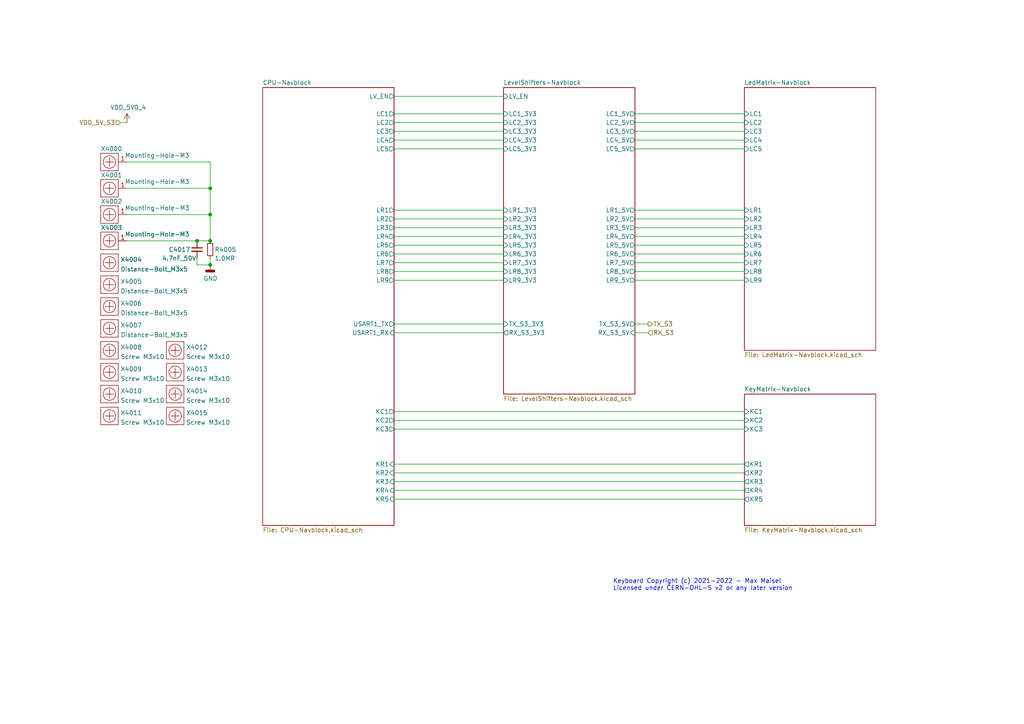
<source format=kicad_sch>
(kicad_sch (version 20211123) (generator eeschema)
  (paper "A4")
  (lib_symbols
    (symbol "Keyboard:1.0MR" (pin_numbers hide) (pin_names (offset 0.254) hide)
      (property "Reference" "R" (at 0.762 0.508 0))
      (property "Value" "1.0MR" (at 0.762 -1.016 0))
      (symbol "1.0MR_0_1"
        (rectangle (start -0.762 1.778) (end 0.762 -1.778) (stroke (width 0.2032)))
      )
      (symbol "1.0MR_1_1"
        (pin passive line (at 0 2.54 270) (length 0.762) (name "~") (number "1"))
        (pin passive line (at 0 -2.54 90) (length 0.762) (name "~") (number "2"))
      )
    )
    (symbol "Keyboard:4.7nF_50V" (pin_numbers hide) (pin_names (offset 0.254) hide)
      (property "Reference" "C" (at 0.254 1.778 0))
      (property "Value" "4.7nF_50V" (at 0.254 -2.032 0))
      (symbol "4.7nF_50V_0_1"
        (polyline (pts (xy -1.524 -0.508) (xy 1.524 -0.508)) (stroke (width 0.3302)))
        (polyline (pts (xy -1.524 0.508) (xy 1.524 0.508)) (stroke (width 0.3048)))
      )
      (symbol "4.7nF_50V_1_1"
        (pin passive line (at 0 2.54 270) (length 2.032) (name "~") (number "1"))
        (pin passive line (at 0 -2.54 90) (length 2.032) (name "~") (number "2"))
      )
    )
    (symbol "Keyboard:Distance-Bolt_M3x5"
      (property "Reference" "X" (at -2.54 3.81 0))
      (property "Value" "Distance-Bolt_M3x5" (at 0 -3.81 0))
      (symbol "Distance-Bolt_M3x5_0_1"
        (rectangle (start -2.54 2.54) (end 2.54 -2.54))
        (polyline (pts (xy -1.27 0) (xy 1.27 0)))
        (polyline (pts (xy 0 -1.27) (xy 0 1.27)))
        (circle (center 0 0) (radius 1.8034))
      )
    )
    (symbol "Keyboard:GND" (power) (pin_names (offset 0))
      (property "Value" "GND" (at 0 -3.175 0))
      (symbol "GND_0_1"
        (rectangle (start -1.27 -1.524) (end 1.27 -2.032) (stroke (width 0.254)) (fill (type outline)))
        (polyline (pts (xy 0 0) (xy 0 -1.524)))
      )
      (symbol "GND_1_1"
        (pin power_in line (at 0 0 270) (length 0) hide (name "GND") (number "1"))
      )
    )
    (symbol "Keyboard:Mounting-Hole-M3" (pin_names (offset 1.016))
      (property "Reference" "X" (at -2.54 3.81 0))
      (property "Value" "Mounting-Hole-M3" (at 1.27 -3.81 0))
      (symbol "Mounting-Hole-M3_0_1"
        (rectangle (start -2.54 2.54) (end 2.54 -2.54))
        (polyline (pts (xy -1.27 0) (xy 1.27 0)))
        (polyline (pts (xy 0 -1.27) (xy 0 1.27)))
        (circle (center 0 0) (radius 1.8034))
      )
      (symbol "Mounting-Hole-M3_1_1"
        (pin passive line (at 5.08 0 180) (length 2.45) (name "") (number "1"))
      )
    )
    (symbol "Keyboard:Screw M3x10"
      (property "Reference" "X" (at -2.54 3.81 0))
      (property "Value" "Screw M3x10" (at 0 -3.81 0))
      (symbol "Screw M3x10_0_1"
        (rectangle (start -2.54 2.54) (end 2.54 -2.54))
        (polyline (pts (xy -1.27 0) (xy 1.27 0)))
        (polyline (pts (xy 0 -1.27) (xy 0 1.27)))
        (circle (center 0 0) (radius 1.8034))
      )
    )
    (symbol "Keyboard:VDD_5V0_4" (power) (pin_names (offset 0))
      (property "Value" "VDD_5V0_4" (at 0 3.556 0))
      (symbol "VDD_5V0_4_0_1"
        (polyline (pts (xy -0.762 1.27) (xy 0 2.54)))
        (polyline (pts (xy 0 0) (xy 0 2.54)))
        (polyline (pts (xy 0 2.54) (xy 0.762 1.27)))
      )
      (symbol "VDD_5V0_4_1_1"
        (pin power_in line (at 0 0 90) (length 0) hide (name "VDD_5V0_4") (number "1"))
      )
    )
  )
  (junction (at 60.96 69.85))
  (junction (at 57.15 69.85))
  (junction (at 60.96 54.61))
  (junction (at 60.96 62.23))
  (junction (at 60.96 76.835))
  (wire (pts (xy 57.15 74.93) (xy 57.15 76.835)))
  (wire (pts (xy 146.05 93.98) (xy 114.3 93.98)))
  (wire (pts (xy 114.3 76.2) (xy 146.05 76.2)))
  (wire (pts (xy 215.9 121.92) (xy 114.3 121.92)))
  (wire (pts (xy 34.925 35.56) (xy 36.83 35.56)))
  (wire (pts (xy 184.15 63.5) (xy 215.9 63.5)))
  (wire (pts (xy 60.96 62.23) (xy 60.96 69.85)))
  (wire (pts (xy 215.9 142.24) (xy 114.3 142.24)))
  (wire (pts (xy 146.05 68.58) (xy 114.3 68.58)))
  (wire (pts (xy 187.96 96.52) (xy 184.15 96.52)))
  (wire (pts (xy 114.3 96.52) (xy 146.05 96.52)))
  (wire (pts (xy 114.3 144.78) (xy 215.9 144.78)))
  (wire (pts (xy 114.3 27.94) (xy 146.05 27.94)))
  (wire (pts (xy 114.3 40.64) (xy 146.05 40.64)))
  (wire (pts (xy 215.9 66.04) (xy 184.15 66.04)))
  (wire (pts (xy 215.9 35.56) (xy 184.15 35.56)))
  (wire (pts (xy 114.3 139.7) (xy 215.9 139.7)))
  (wire (pts (xy 57.15 69.85) (xy 60.96 69.85)))
  (wire (pts (xy 60.96 46.99) (xy 60.96 54.61)))
  (wire (pts (xy 146.05 33.02) (xy 114.3 33.02)))
  (wire (pts (xy 114.3 35.56) (xy 146.05 35.56)))
  (wire (pts (xy 146.05 81.28) (xy 114.3 81.28)))
  (wire (pts (xy 215.9 40.64) (xy 184.15 40.64)))
  (wire (pts (xy 114.3 60.96) (xy 146.05 60.96)))
  (wire (pts (xy 114.3 66.04) (xy 146.05 66.04)))
  (wire (pts (xy 184.15 38.1) (xy 215.9 38.1)))
  (wire (pts (xy 146.05 38.1) (xy 114.3 38.1)))
  (wire (pts (xy 114.3 134.62) (xy 215.9 134.62)))
  (wire (pts (xy 57.15 76.835) (xy 60.96 76.835)))
  (wire (pts (xy 215.9 78.74) (xy 184.15 78.74)))
  (wire (pts (xy 60.96 74.93) (xy 60.96 76.835)))
  (wire (pts (xy 184.15 81.28) (xy 215.9 81.28)))
  (wire (pts (xy 146.05 63.5) (xy 114.3 63.5)))
  (wire (pts (xy 36.83 62.23) (xy 60.96 62.23)))
  (wire (pts (xy 184.15 71.12) (xy 215.9 71.12)))
  (wire (pts (xy 114.3 71.12) (xy 146.05 71.12)))
  (wire (pts (xy 215.9 73.66) (xy 184.15 73.66)))
  (wire (pts (xy 114.3 78.74) (xy 146.05 78.74)))
  (wire (pts (xy 36.83 54.61) (xy 60.96 54.61)))
  (wire (pts (xy 184.15 93.98) (xy 187.96 93.98)))
  (wire (pts (xy 215.9 68.58) (xy 184.15 68.58)))
  (wire (pts (xy 36.83 69.85) (xy 57.15 69.85)))
  (wire (pts (xy 215.9 137.16) (xy 114.3 137.16)))
  (wire (pts (xy 184.15 33.02) (xy 215.9 33.02)))
  (wire (pts (xy 146.05 73.66) (xy 114.3 73.66)))
  (wire (pts (xy 114.3 124.46) (xy 215.9 124.46)))
  (wire (pts (xy 146.05 43.18) (xy 114.3 43.18)))
  (wire (pts (xy 36.83 46.99) (xy 60.96 46.99)))
  (wire (pts (xy 184.15 43.18) (xy 215.9 43.18)))
  (wire (pts (xy 60.96 54.61) (xy 60.96 62.23)))
  (wire (pts (xy 184.15 76.2) (xy 215.9 76.2)))
  (wire (pts (xy 215.9 60.96) (xy 184.15 60.96)))
  (wire (pts (xy 114.3 119.38) (xy 215.9 119.38)))
  (text "Keyboard Copyright (c) 2021-2022 - Max Maisel\nLicensed under CERN-OHL-S v2 or any later version" (at 177.8 171.45 0) (effects (font (size 1.27 1.27)) (justify left bottom)))
  (hierarchical_label "RX_S3" (shape input) (at 187.96 96.52 0))
  (hierarchical_label "TX_S3" (shape output) (at 187.96 93.98 0))
  (hierarchical_label "VDD_5V_S3" (shape input) (at 34.925 35.56 180))
  (symbol (lib_id "Keyboard:VDD_5V0_4") (at 36.83 35.56 0) (unit 1)
    (property "Reference" "#PWR04001" (effects hide))
    (property "Value" "VDD_5V0_4" (at 37.211 31.1658 0))
  )
  (symbol (lib_id "Keyboard:Screw M3x10") (at 50.8 107.95 0) (unit 1)
    (property "Reference" "X4013" (at 53.975 107.0415 0) (effects (justify left)))
    (property "Value" "Screw M3x10" (at 53.975 109.8166 0) (effects (justify left)))
    (property "reichelt#" "SKL-E M3X10-100" (effects hide))
  )
  (symbol (lib_id "Keyboard:1.0MR") (at 60.96 72.39 0) (unit 1)
    (property "Reference" "R4005" (at 62.23 72.39 0) (effects (justify left)))
    (property "Value" "1.0MR" (at 62.23 74.93 0) (effects (justify left)))
    (property "Footprint" "Keyboard:R_0402" (effects hide))
    (property "Datasheet" "667-ERJ-2RKF1004X" (effects hide))
    (property "mouser#" "667-ERJ-2RKF1004X" (effects hide))
  )
  (symbol (lib_id "Keyboard:Screw M3x10") (at 31.75 114.3 0) (unit 1)
    (property "Reference" "X4010" (at 34.925 113.3915 0) (effects (justify left)))
    (property "Value" "Screw M3x10" (at 34.925 116.1666 0) (effects (justify left)))
    (property "reichelt#" "SKL-E M3X10-100" (effects hide))
  )
  (symbol (lib_id "Keyboard:Distance-Bolt_M3x5") (at 31.75 95.25 0) (unit 1)
    (property "Reference" "X4007" (at 34.925 94.3415 0) (effects (justify left)))
    (property "Value" "Distance-Bolt_M3x5" (at 34.925 97.1166 0) (effects (justify left)))
    (property "Footprint" "Keyboard:DistanceBolt-M3x5" (effects hide))
    (property "reichelt#" "VT DI 5MM\n" (effects hide))
  )
  (symbol (lib_id "Keyboard:Distance-Bolt_M3x5") (at 31.75 76.2 0) (unit 1)
    (property "Reference" "X4004" (at 34.925 75.2915 0) (effects (justify left)))
    (property "Value" "Distance-Bolt_M3x5" (at 34.925 78.0666 0) (effects (justify left)))
    (property "Footprint" "Keyboard:DistanceBolt-M3x5" (effects hide))
    (property "reichelt#" "VT DI 5MM\n" (effects hide))
  )
  (symbol (lib_id "Keyboard:Screw M3x10") (at 31.75 107.95 0) (unit 1)
    (property "Reference" "X4009" (at 34.925 107.0415 0) (effects (justify left)))
    (property "Value" "Screw M3x10" (at 34.925 109.8166 0) (effects (justify left)))
    (property "reichelt#" "SKL-E M3X10-100" (effects hide))
  )
  (symbol (lib_id "Keyboard:GND") (at 60.96 76.835 0) (unit 1)
    (property "Reference" "#PWR04005" (effects hide))
    (property "Value" "GND" (at 61.0616 80.772 0))
  )
  (symbol (lib_id "Keyboard:Screw M3x10") (at 50.8 120.65 0) (unit 1)
    (property "Reference" "X4015" (at 53.975 119.7415 0) (effects (justify left)))
    (property "Value" "Screw M3x10" (at 53.975 122.5166 0) (effects (justify left)))
    (property "reichelt#" "SKL-E M3X10-100" (effects hide))
  )
  (symbol (lib_id "Keyboard:4.7nF_50V") (at 57.15 72.39 0) (unit 1)
    (property "Reference" "C4017" (at 48.895 72.39 0) (effects (justify left)))
    (property "Value" "4.7nF_50V" (at 46.99 74.93 0) (effects (justify left)))
    (property "Footprint" "Keyboard:C_0402" (effects hide))
    (property "Datasheet" "810-CGA2B2X7R1H472K" (effects hide))
    (property "mouser#" "810-CGA2B2X7R1H472K" (effects hide))
  )
  (symbol (lib_id "Keyboard:Mounting-Hole-M3") (at 31.75 69.85 0) (unit 1)
    (property "Reference" "X4003" (at 29.21 66.04 0) (effects (justify left)))
    (property "Value" "Mounting-Hole-M3" (at 36.195 67.945 0) (effects (justify left)))
    (property "Footprint" "Keyboard:Mounting-Hole-M3" (effects hide))
  )
  (symbol (lib_id "Keyboard:Distance-Bolt_M3x5") (at 31.75 88.9 0) (unit 1)
    (property "Reference" "X4006" (at 34.925 87.9915 0) (effects (justify left)))
    (property "Value" "Distance-Bolt_M3x5" (at 34.925 90.7666 0) (effects (justify left)))
    (property "Footprint" "Keyboard:DistanceBolt-M3x5" (effects hide))
    (property "reichelt#" "VT DI 5MM\n" (effects hide))
  )
  (symbol (lib_id "Keyboard:Distance-Bolt_M3x5") (at 31.75 82.55 0) (unit 1)
    (property "Reference" "X4005" (at 34.925 81.6415 0) (effects (justify left)))
    (property "Value" "Distance-Bolt_M3x5" (at 34.925 84.4166 0) (effects (justify left)))
    (property "Footprint" "Keyboard:DistanceBolt-M3x5" (effects hide))
    (property "reichelt#" "VT DI 5MM\n" (effects hide))
  )
  (symbol (lib_id "Keyboard:Mounting-Hole-M3") (at 31.75 46.99 0) (unit 1)
    (property "Reference" "X4000" (at 29.21 43.18 0) (effects (justify left)))
    (property "Value" "Mounting-Hole-M3" (at 36.195 45.085 0) (effects (justify left)))
    (property "Footprint" "Keyboard:Mounting-Hole-M3" (effects hide))
  )
  (symbol (lib_id "Keyboard:Mounting-Hole-M3") (at 31.75 62.23 0) (unit 1)
    (property "Reference" "X4002" (at 29.21 58.42 0) (effects (justify left)))
    (property "Value" "Mounting-Hole-M3" (at 36.195 60.325 0) (effects (justify left)))
    (property "Footprint" "Keyboard:Mounting-Hole-M3" (effects hide))
  )
  (symbol (lib_id "Keyboard:Screw M3x10") (at 50.8 114.3 0) (unit 1)
    (property "Reference" "X4014" (at 53.975 113.3915 0) (effects (justify left)))
    (property "Value" "Screw M3x10" (at 53.975 116.1666 0) (effects (justify left)))
    (property "reichelt#" "SKL-E M3X10-100" (effects hide))
  )
  (symbol (lib_id "Keyboard:Mounting-Hole-M3") (at 31.75 54.61 0) (unit 1)
    (property "Reference" "X4001" (at 29.21 50.8 0) (effects (justify left)))
    (property "Value" "Mounting-Hole-M3" (at 36.195 52.705 0) (effects (justify left)))
    (property "Footprint" "Keyboard:Mounting-Hole-M3" (effects hide))
  )
  (symbol (lib_id "Keyboard:Screw M3x10") (at 50.8 101.6 0) (unit 1)
    (property "Reference" "X4012" (at 53.975 100.6915 0) (effects (justify left)))
    (property "Value" "Screw M3x10" (at 53.975 103.4666 0) (effects (justify left)))
    (property "reichelt#" "SKL-E M3X10-100" (effects hide))
  )
  (symbol (lib_id "Keyboard:Screw M3x10") (at 31.75 101.6 0) (unit 1)
    (property "Reference" "X4008" (at 34.925 100.6915 0) (effects (justify left)))
    (property "Value" "Screw M3x10" (at 34.925 103.4666 0) (effects (justify left)))
    (property "reichelt#" "SKL-E M3X10-100" (effects hide))
  )
  (symbol (lib_id "Keyboard:Screw M3x10") (at 31.75 120.65 0) (unit 1)
    (property "Reference" "X4011" (at 34.925 119.7415 0) (effects (justify left)))
    (property "Value" "Screw M3x10" (at 34.925 122.5166 0) (effects (justify left)))
    (property "reichelt#" "SKL-E M3X10-100" (effects hide))
  )
  (sheet (at 215.9 114.3) (size 38.1 38.1)
    (property "Sheet name" "KeyMatrix-Navblock" (at 215.9 113.5884 0) (effects (justify left bottom)))
    (property "Sheet file" "KeyMatrix-Navblock.kicad_sch" (at 215.9 152.9846 0) (effects (justify left top)))
    (pin "KR1" output (at 215.9 134.62 180))
    (pin "KR2" output (at 215.9 137.16 180))
    (pin "KR3" output (at 215.9 139.7 180))
    (pin "KR4" output (at 215.9 142.24 180))
    (pin "KC1" input (at 215.9 119.38 180))
    (pin "KC2" input (at 215.9 121.92 180))
    (pin "KC3" input (at 215.9 124.46 180))
    (pin "KR5" output (at 215.9 144.78 180))
  )
  (sheet (at 215.9 25.4) (size 38.1 76.2)
    (property "Sheet name" "LedMatrix-Navblock" (at 215.9 24.6884 0) (effects (justify left bottom)))
    (property "Sheet file" "LedMatrix-Navblock.kicad_sch" (at 215.9 102.1846 0) (effects (justify left top)))
    (pin "LC1" input (at 215.9 33.02 180))
    (pin "LC2" input (at 215.9 35.56 180))
    (pin "LC3" input (at 215.9 38.1 180))
    (pin "LC4" input (at 215.9 40.64 180))
    (pin "LC5" input (at 215.9 43.18 180))
    (pin "LR1" input (at 215.9 60.96 180))
    (pin "LR2" input (at 215.9 63.5 180))
    (pin "LR3" input (at 215.9 66.04 180))
    (pin "LR4" input (at 215.9 68.58 180))
    (pin "LR5" input (at 215.9 71.12 180))
    (pin "LR6" input (at 215.9 73.66 180))
    (pin "LR7" input (at 215.9 76.2 180))
    (pin "LR8" input (at 215.9 78.74 180))
    (pin "LR9" input (at 215.9 81.28 180))
  )
  (sheet (at 76.2 25.4) (size 38.1 127)
    (property "Sheet name" "CPU-Navblock" (at 76.2 24.6884 0) (effects (justify left bottom)))
    (property "Sheet file" "CPU-Navblock.kicad_sch" (at 76.2 152.9846 0) (effects (justify left top)))
    (pin "USART1_TX" output (at 114.3 93.98 0))
    (pin "USART1_RX" input (at 114.3 96.52 0))
    (pin "LV_EN" output (at 114.3 27.94 0))
    (pin "KR1" input (at 114.3 134.62 0))
    (pin "KR2" input (at 114.3 137.16 0))
    (pin "KR3" input (at 114.3 139.7 0))
    (pin "KR4" input (at 114.3 142.24 0))
    (pin "KC1" output (at 114.3 119.38 0))
    (pin "KC2" output (at 114.3 121.92 0))
    (pin "KC3" output (at 114.3 124.46 0))
    (pin "LC1" output (at 114.3 33.02 0))
    (pin "LC2" output (at 114.3 35.56 0))
    (pin "LC3" output (at 114.3 38.1 0))
    (pin "LC4" output (at 114.3 40.64 0))
    (pin "LC5" output (at 114.3 43.18 0))
    (pin "LR1" output (at 114.3 60.96 0))
    (pin "LR2" output (at 114.3 63.5 0))
    (pin "LR3" output (at 114.3 66.04 0))
    (pin "LR4" output (at 114.3 68.58 0))
    (pin "LR5" output (at 114.3 71.12 0))
    (pin "LR6" output (at 114.3 73.66 0))
    (pin "LR7" output (at 114.3 76.2 0))
    (pin "LR8" output (at 114.3 78.74 0))
    (pin "LR9" output (at 114.3 81.28 0))
    (pin "KR5" input (at 114.3 144.78 0))
  )
  (sheet (at 146.05 25.4) (size 38.1 88.9)
    (property "Sheet name" "LevelShifters-Navblock" (at 146.05 24.6884 0) (effects (justify left bottom)))
    (property "Sheet file" "LevelShifters-Navblock.kicad_sch" (at 146.05 114.8846 0) (effects (justify left top)))
    (pin "TX_S3_5V" output (at 184.15 93.98 0))
    (pin "RX_S3_5V" input (at 184.15 96.52 0))
    (pin "TX_S3_3V3" input (at 146.05 93.98 180))
    (pin "RX_S3_3V3" output (at 146.05 96.52 180))
    (pin "LV_EN" input (at 146.05 27.94 180))
    (pin "LC1_3V3" input (at 146.05 33.02 180))
    (pin "LC2_3V3" input (at 146.05 35.56 180))
    (pin "LC3_3V3" input (at 146.05 38.1 180))
    (pin "LC4_3V3" input (at 146.05 40.64 180))
    (pin "LC5_3V3" input (at 146.05 43.18 180))
    (pin "LR1_3V3" input (at 146.05 60.96 180))
    (pin "LR3_3V3" input (at 146.05 66.04 180))
    (pin "LR4_3V3" input (at 146.05 68.58 180))
    (pin "LR5_3V3" input (at 146.05 71.12 180))
    (pin "LR6_3V3" input (at 146.05 73.66 180))
    (pin "LR7_3V3" input (at 146.05 76.2 180))
    (pin "LR8_3V3" input (at 146.05 78.74 180))
    (pin "LR9_3V3" input (at 146.05 81.28 180))
    (pin "LR2_3V3" input (at 146.05 63.5 180))
    (pin "LC1_5V" output (at 184.15 33.02 0))
    (pin "LC2_5V" output (at 184.15 35.56 0))
    (pin "LC3_5V" output (at 184.15 38.1 0))
    (pin "LC4_5V" output (at 184.15 40.64 0))
    (pin "LC5_5V" output (at 184.15 43.18 0))
    (pin "LR1_5V" output (at 184.15 60.96 0))
    (pin "LR3_5V" output (at 184.15 66.04 0))
    (pin "LR4_5V" output (at 184.15 68.58 0))
    (pin "LR5_5V" output (at 184.15 71.12 0))
    (pin "LR6_5V" output (at 184.15 73.66 0))
    (pin "LR7_5V" output (at 184.15 76.2 0))
    (pin "LR8_5V" output (at 184.15 78.74 0))
    (pin "LR2_5V" output (at 184.15 63.5 0))
    (pin "LR9_5V" output (at 184.15 81.28 0))
  )
)
</source>
